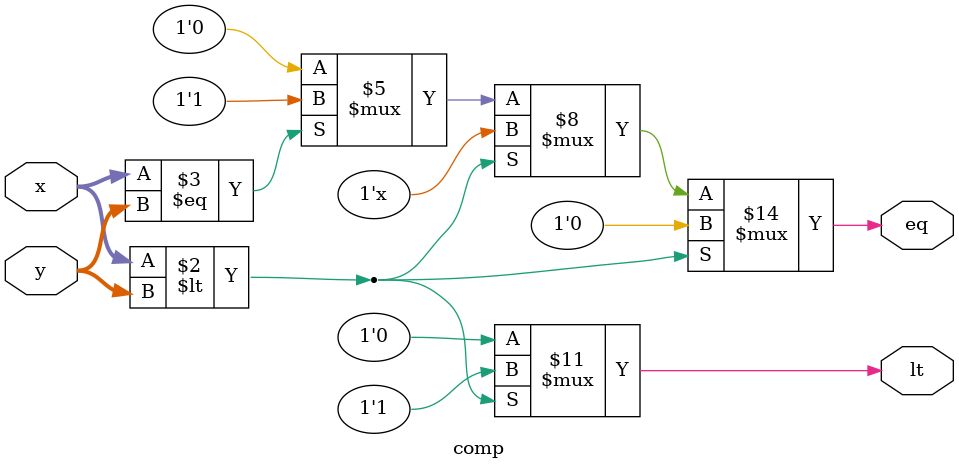
<source format=sv>
`timescale 1ns / 1ps


module comp
    #(parameter N=8)
    (
        input logic [N-1:0] x, y,
        output logic eq, lt
    );
    
    always_comb
    begin
    
        eq=1'b0;
        lt=1'b0;
        
        if(x<y)
            lt = 1'b1;
        else if (x == y)
            eq=1'b1;
    end
endmodule

</source>
